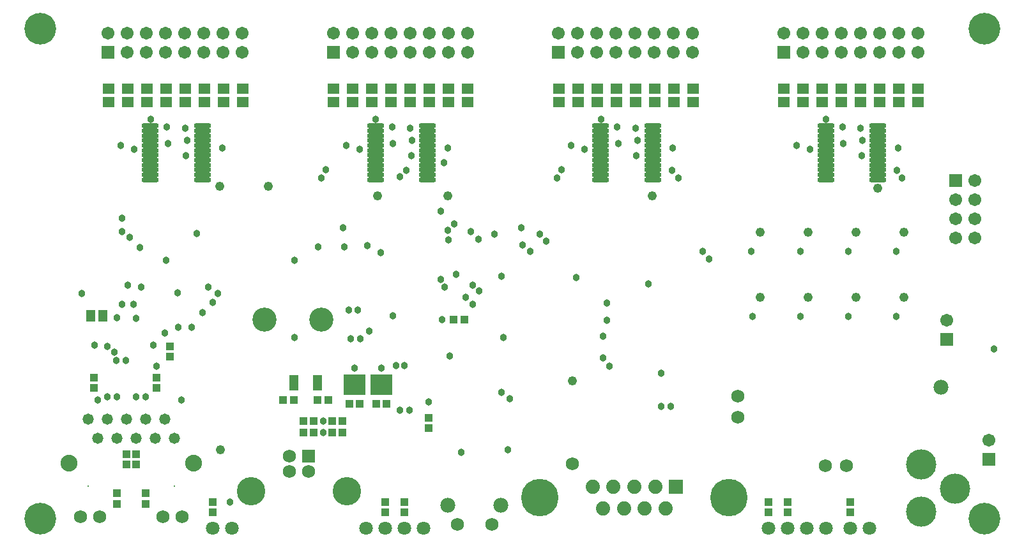
<source format=gbs>
%FSLAX43Y43*%
%MOMM*%
%SFA1B1*%

%IPPOS*%
%ADD74R,1.102360X1.003300*%
%ADD75R,1.003300X1.102360*%
%ADD81R,1.602740X1.402080*%
%ADD94C,0.965200*%
%ADD95C,3.202940*%
%ADD96C,1.219200*%
%ADD97C,1.727200*%
%ADD98C,1.704340*%
%ADD99R,1.704340X1.704340*%
%ADD100C,1.981200*%
%ADD101C,1.803400*%
%ADD102C,4.013200*%
%ADD103R,1.704340X1.704340*%
%ADD104C,0.203200*%
%ADD105C,2.235200*%
%ADD106C,1.473200*%
%ADD107C,3.759200*%
%ADD108R,1.727200X1.727200*%
%ADD109C,4.963160*%
%ADD110R,1.892300X1.892300*%
%ADD111C,1.892300*%
%ADD112C,4.203700*%
%ADD113R,1.203960X1.503680*%
%ADD114R,1.203960X2.004060*%
%ADD115R,2.997200X2.743200*%
%ADD116O,2.303780X0.652780*%
%LNlp_led_cube_8x8x8-1*%
%LPD*%
G54D74*
X52196Y62163D03*
Y63566D03*
X43941Y62163D03*
Y63566D03*
X49529Y52003D03*
Y53406D03*
X48259Y52003D03*
Y53406D03*
X54043Y67708D03*
Y66309D03*
X88264Y58232D03*
Y56829D03*
X59689Y47056D03*
Y45653D03*
X82549Y47056D03*
Y45653D03*
X85089Y47056D03*
Y45653D03*
X50799Y46796D03*
Y48199D03*
X46989Y46796D03*
Y48199D03*
X133349Y47056D03*
Y45653D03*
X135889Y47056D03*
Y45653D03*
X144144Y47056D03*
Y45653D03*
G54D75*
X69021Y60578D03*
X70424D03*
X77784Y60070D03*
X79187D03*
X82743D03*
X81340D03*
X74996Y60578D03*
X73593D03*
X75498Y57784D03*
X76901D03*
X75498Y56260D03*
X76901D03*
X73091D03*
X71688D03*
X73091Y57784D03*
X71688D03*
X91627Y71246D03*
X93030D03*
G54D81*
X90931Y100065D03*
Y101864D03*
X80771D03*
Y100065D03*
X88391D03*
Y101864D03*
X83311D03*
Y100065D03*
X115696D03*
Y101864D03*
X85851Y100065D03*
Y101864D03*
X108076D03*
Y100065D03*
X123316D03*
Y101864D03*
X143001D03*
Y100065D03*
X148081D03*
Y101864D03*
X118236Y100065D03*
Y101864D03*
X113156D03*
Y100065D03*
X75691Y101864D03*
Y100065D03*
X110616Y101864D03*
Y100065D03*
X120776D03*
Y101864D03*
X145541Y100065D03*
Y101864D03*
X93471Y100065D03*
Y101864D03*
X78231D03*
Y100065D03*
X140461Y101864D03*
Y100065D03*
X105536Y101864D03*
Y100065D03*
X150621D03*
Y101864D03*
X137921D03*
Y100065D03*
X153161D03*
Y101864D03*
X135381D03*
Y100065D03*
X56006D03*
Y101864D03*
X53466D03*
Y100065D03*
X58546D03*
Y101864D03*
X50926D03*
Y100065D03*
X61086D03*
Y101864D03*
X48386D03*
Y100065D03*
X63626D03*
Y101864D03*
X45846D03*
Y100065D03*
G54D94*
X91693Y83946D03*
X90804Y83057D03*
X90931Y81787D03*
X48640Y82168D03*
X47624Y82930D03*
X48386Y75818D03*
X93852Y82930D03*
X91947Y77215D03*
X50037Y80771D03*
X50164Y75564D03*
X89915Y76580D03*
X42290Y74675D03*
X49148Y73278D03*
X90423Y75564D03*
X53466Y79120D03*
X54990Y74802D03*
X59054Y75564D03*
X94868Y81914D03*
X60324Y74675D03*
X59689Y73532D03*
X94106Y75818D03*
X94995Y75056D03*
X97916Y76961D03*
X119125Y64134D03*
X93217Y74167D03*
X94106Y73278D03*
X81914Y80136D03*
X77088Y80898D03*
X52196Y65023D03*
X58292Y72135D03*
X44008Y67878D03*
X51815Y67817D03*
X49529Y71373D03*
X53339Y69468D03*
X44449Y60578D03*
X55498D03*
X56895Y70230D03*
X55117D03*
X45719Y67690D03*
X46611Y66928D03*
X50799Y60959D03*
X49529D03*
X46862Y65785D03*
X48132D03*
X45719Y60959D03*
X46989D03*
X47624Y73278D03*
X80390Y69722D03*
X77977Y68706D03*
X79247D03*
X82041Y64769D03*
X78485D03*
X88264Y60324D03*
X74294Y57784D03*
Y56260D03*
X61975Y46989D03*
X84454Y59181D03*
X85724D03*
X99059Y60705D03*
X97980Y61594D03*
X112267Y65023D03*
X111378Y66166D03*
X125475Y79247D03*
X124586Y80263D03*
X101726D03*
X100710Y81152D03*
X111450Y69016D03*
X111886Y71119D03*
Y73405D03*
X117419Y76001D03*
X103885Y81660D03*
X102996Y82549D03*
X100583Y83438D03*
X97027Y82549D03*
X80136Y81025D03*
X76961Y83438D03*
X92661Y53593D03*
X150388Y91069D03*
X151023Y90053D03*
X105282Y90042D03*
X105917Y91099D03*
X90296Y92074D03*
X85343Y91058D03*
X84454Y90169D03*
X74040Y90042D03*
X74675Y91099D03*
X145795Y94995D03*
X145668Y92963D03*
X150494Y93979D03*
X145541Y96646D03*
X143128Y96773D03*
X140969Y97789D03*
X143255Y94614D03*
X138810Y93852D03*
X137032Y94360D03*
X115950Y94995D03*
X115823Y92963D03*
X120649Y93979D03*
X115696Y96646D03*
X113283Y96773D03*
X111124Y97789D03*
X113410Y94614D03*
X108965Y93852D03*
X107187Y94360D03*
X86105Y94995D03*
X85978Y92963D03*
X90804Y93979D03*
X85851Y96646D03*
X83438Y96773D03*
X81279Y97789D03*
X83565Y94614D03*
X79120Y93852D03*
X77342Y94360D03*
X56260Y94995D03*
X56133Y92963D03*
X60959Y93979D03*
X56006Y96646D03*
X53593Y96773D03*
X51434Y97789D03*
X53720Y94614D03*
X49275Y93852D03*
X47497Y94360D03*
X120522Y91058D03*
X121378Y90042D03*
X90042Y71246D03*
X119125Y59689D03*
X120395D03*
X163194Y67309D03*
X131190Y71627D03*
X137540D03*
X143890D03*
X150240D03*
Y80263D03*
X143890D03*
X137540D03*
X131063D03*
X47624Y84708D03*
X57530Y82676D03*
X46989Y71500D03*
X91058Y66420D03*
X98805Y53974D03*
X107822Y76834D03*
X98170Y68833D03*
X83565Y71777D03*
X73659Y80898D03*
X89915Y85597D03*
X83946Y65150D03*
X85089D03*
X78866Y72516D03*
X77723D03*
X70484Y68833D03*
Y79120D03*
G54D95*
X74061Y71246D03*
X66560D03*
G54D96*
X60705Y53974D03*
X147848Y88656D03*
X117952Y87629D03*
X90838D03*
X81533D03*
X67055Y88899D03*
X60578D03*
X107314Y63103D03*
X132206Y82803D03*
X138556D03*
X144906D03*
X151256D03*
X132206Y74167D03*
X138556D03*
X144906D03*
X151256D03*
G54D97*
X107314Y52069D03*
X129285Y58292D03*
Y61086D03*
X140842Y51815D03*
X143636D03*
X42163Y45084D03*
X44703D03*
X55625D03*
X53085D03*
X69849Y53149D03*
Y51117D03*
X72389D03*
X96710Y44068D03*
X92138D03*
G54D98*
X160654Y82067D03*
X158114D03*
X160654Y84607D03*
X158114D03*
X160654Y87147D03*
X158114D03*
X160654Y89687D03*
X156971Y71119D03*
X162559Y55244D03*
X63601Y109219D03*
Y106679D03*
X61061Y109219D03*
Y106679D03*
X58521Y109219D03*
Y106679D03*
X55981Y109219D03*
Y106679D03*
X53441Y109219D03*
Y106679D03*
X50901Y109219D03*
Y106679D03*
X48361Y109219D03*
Y106679D03*
X45821Y109219D03*
X93446D03*
Y106679D03*
X90906Y109219D03*
Y106679D03*
X88366Y109219D03*
Y106679D03*
X85826Y109219D03*
Y106679D03*
X83286Y109219D03*
Y106679D03*
X80746Y109219D03*
Y106679D03*
X78206Y109219D03*
Y106679D03*
X75666Y109219D03*
X123291D03*
Y106679D03*
X120751Y109219D03*
Y106679D03*
X118211Y109219D03*
Y106679D03*
X115671Y109219D03*
Y106679D03*
X113131Y109219D03*
Y106679D03*
X110591Y109219D03*
Y106679D03*
X108051Y109219D03*
Y106679D03*
X105511Y109219D03*
X153136D03*
Y106679D03*
X150596Y109219D03*
Y106679D03*
X148056Y109219D03*
Y106679D03*
X145516Y109219D03*
Y106679D03*
X142976Y109219D03*
Y106679D03*
X140436Y109219D03*
Y106679D03*
X137896Y109219D03*
Y106679D03*
X135356Y109219D03*
G54D99*
X158114Y89687D03*
X156971Y68579D03*
X162559Y52704D03*
G54D100*
X156209Y62229D03*
X97853Y46608D03*
X90868D03*
G54D101*
X133349Y43560D03*
X135889D03*
X138429D03*
X140969D03*
X144144D03*
X146684D03*
X59689D03*
X62229D03*
X80009D03*
X82549D03*
X85089D03*
X87629D03*
G54D102*
X153606Y52006D03*
X158051Y48831D03*
X153606Y45783D03*
G54D103*
X45821Y106679D03*
X75666D03*
X105511D03*
X135356D03*
G54D104*
X43179Y49148D03*
X54609D03*
G54D105*
X40639Y52196D03*
X57149D03*
G54D106*
X54609Y55498D03*
X52069D03*
X49529D03*
X53339Y58038D03*
X50799D03*
X48259D03*
X46989Y55498D03*
X45719Y58038D03*
X44449Y55498D03*
X43179Y58038D03*
G54D107*
X64769Y48450D03*
X77469D03*
G54D108*
X72389Y53149D03*
G54D109*
X103075Y47599D03*
X128064D03*
G54D110*
X121109Y49019D03*
G54D111*
X119725Y46179D03*
X118341Y49019D03*
X116954Y46179D03*
X115569Y49019D03*
X114185Y46179D03*
X112798Y49019D03*
X111414Y46179D03*
X110030Y49019D03*
G54D112*
X161924Y109854D03*
Y44830D03*
X36829D03*
Y109854D03*
G54D113*
X43522Y71754D03*
X45123D03*
G54D114*
X70408Y62885D03*
X73609D03*
G54D115*
X82041Y62610D03*
X78485D03*
G54D116*
X58313Y94995D03*
Y95646D03*
Y96293D03*
Y96944D03*
X51414D03*
Y96293D03*
Y95646D03*
Y94995D03*
Y89799D03*
Y90449D03*
Y91099D03*
Y91749D03*
Y92400D03*
Y93050D03*
Y93700D03*
Y94350D03*
X58313Y89799D03*
Y90449D03*
Y91099D03*
Y91749D03*
Y92400D03*
Y93050D03*
Y93700D03*
Y94350D03*
X88158Y94995D03*
Y95646D03*
Y96293D03*
Y96944D03*
X81259D03*
Y96293D03*
Y95646D03*
Y94995D03*
Y89799D03*
Y90449D03*
Y91099D03*
Y91749D03*
Y92400D03*
Y93050D03*
Y93700D03*
Y94350D03*
X88158Y89799D03*
Y90449D03*
Y91099D03*
Y91749D03*
Y92400D03*
Y93050D03*
Y93700D03*
Y94350D03*
X118003Y94995D03*
Y95646D03*
Y96293D03*
Y96944D03*
X111104D03*
Y96293D03*
Y95646D03*
Y94995D03*
Y89799D03*
Y90449D03*
Y91099D03*
Y91749D03*
Y92400D03*
Y93050D03*
Y93700D03*
Y94350D03*
X118003Y89799D03*
Y90449D03*
Y91099D03*
Y91749D03*
Y92400D03*
Y93050D03*
Y93700D03*
Y94350D03*
X147848Y94995D03*
Y95646D03*
Y96293D03*
Y96944D03*
X140949D03*
Y96293D03*
Y95646D03*
Y94995D03*
Y89799D03*
Y90449D03*
Y91099D03*
Y91749D03*
Y92400D03*
Y93050D03*
Y93700D03*
Y94350D03*
X147848Y89799D03*
Y90449D03*
Y91099D03*
Y91749D03*
Y92400D03*
Y93050D03*
Y93700D03*
Y94350D03*
M02*
</source>
